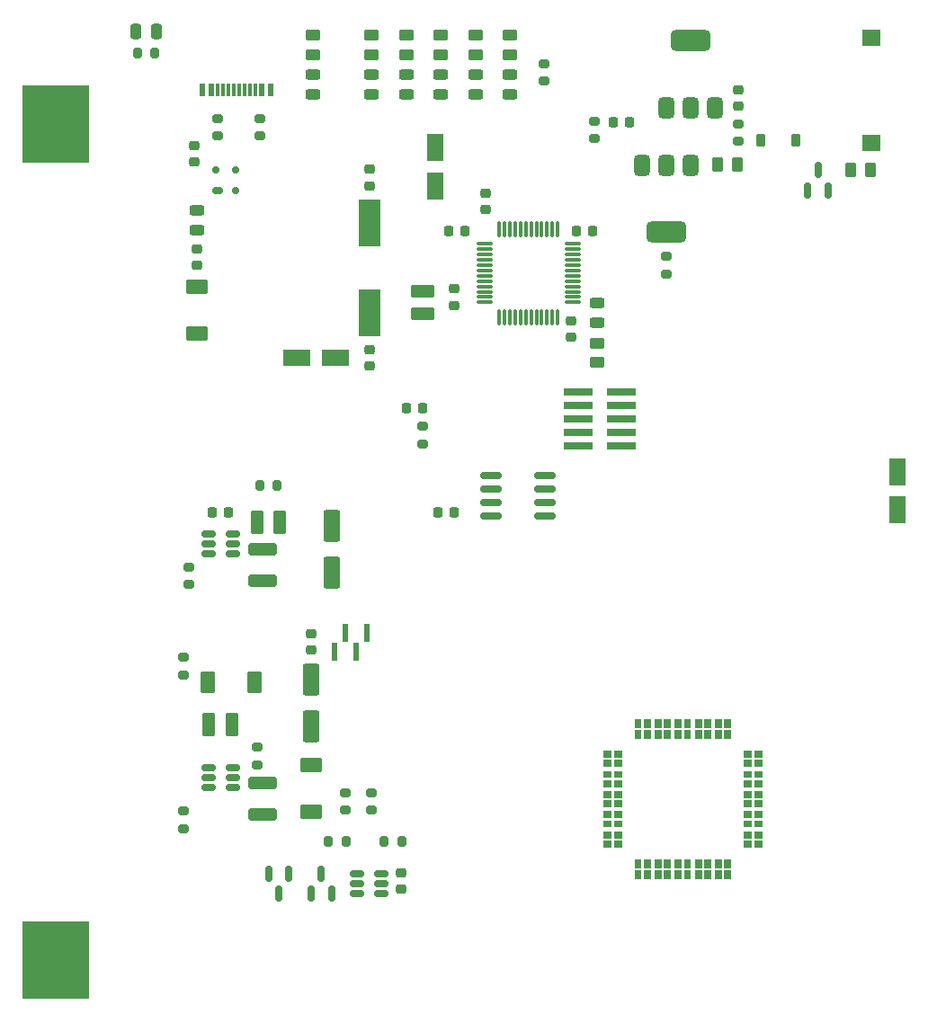
<source format=gbr>
%TF.GenerationSoftware,KiCad,Pcbnew,9.0.0*%
%TF.CreationDate,2025-04-07T01:58:01+02:00*%
%TF.ProjectId,Mastersthesis,4d617374-6572-4737-9468-657369732e6b,0*%
%TF.SameCoordinates,Original*%
%TF.FileFunction,Paste,Top*%
%TF.FilePolarity,Positive*%
%FSLAX46Y46*%
G04 Gerber Fmt 4.6, Leading zero omitted, Abs format (unit mm)*
G04 Created by KiCad (PCBNEW 9.0.0) date 2025-04-07 01:58:01*
%MOMM*%
%LPD*%
G01*
G04 APERTURE LIST*
G04 Aperture macros list*
%AMRoundRect*
0 Rectangle with rounded corners*
0 $1 Rounding radius*
0 $2 $3 $4 $5 $6 $7 $8 $9 X,Y pos of 4 corners*
0 Add a 4 corners polygon primitive as box body*
4,1,4,$2,$3,$4,$5,$6,$7,$8,$9,$2,$3,0*
0 Add four circle primitives for the rounded corners*
1,1,$1+$1,$2,$3*
1,1,$1+$1,$4,$5*
1,1,$1+$1,$6,$7*
1,1,$1+$1,$8,$9*
0 Add four rect primitives between the rounded corners*
20,1,$1+$1,$2,$3,$4,$5,0*
20,1,$1+$1,$4,$5,$6,$7,0*
20,1,$1+$1,$6,$7,$8,$9,0*
20,1,$1+$1,$8,$9,$2,$3,0*%
G04 Aperture macros list end*
%ADD10C,0.010000*%
%ADD11RoundRect,0.250000X-0.450000X0.262500X-0.450000X-0.262500X0.450000X-0.262500X0.450000X0.262500X0*%
%ADD12RoundRect,0.150000X-0.150000X0.587500X-0.150000X-0.587500X0.150000X-0.587500X0.150000X0.587500X0*%
%ADD13RoundRect,0.225000X0.225000X0.250000X-0.225000X0.250000X-0.225000X-0.250000X0.225000X-0.250000X0*%
%ADD14RoundRect,0.250000X0.550000X-1.050000X0.550000X1.050000X-0.550000X1.050000X-0.550000X-1.050000X0*%
%ADD15RoundRect,0.250000X-0.375000X-0.850000X0.375000X-0.850000X0.375000X0.850000X-0.375000X0.850000X0*%
%ADD16R,0.600000X1.750000*%
%ADD17RoundRect,0.225000X-0.250000X0.225000X-0.250000X-0.225000X0.250000X-0.225000X0.250000X0.225000X0*%
%ADD18RoundRect,0.243750X0.456250X-0.243750X0.456250X0.243750X-0.456250X0.243750X-0.456250X-0.243750X0*%
%ADD19RoundRect,0.200000X0.200000X0.275000X-0.200000X0.275000X-0.200000X-0.275000X0.200000X-0.275000X0*%
%ADD20RoundRect,0.200000X-0.275000X0.200000X-0.275000X-0.200000X0.275000X-0.200000X0.275000X0.200000X0*%
%ADD21RoundRect,0.200000X0.275000X-0.200000X0.275000X0.200000X-0.275000X0.200000X-0.275000X-0.200000X0*%
%ADD22RoundRect,0.243750X-0.456250X0.243750X-0.456250X-0.243750X0.456250X-0.243750X0.456250X0.243750X0*%
%ADD23RoundRect,0.250000X1.050000X0.550000X-1.050000X0.550000X-1.050000X-0.550000X1.050000X-0.550000X0*%
%ADD24RoundRect,0.250000X1.100000X-0.325000X1.100000X0.325000X-1.100000X0.325000X-1.100000X-0.325000X0*%
%ADD25RoundRect,0.375000X-0.375000X0.625000X-0.375000X-0.625000X0.375000X-0.625000X0.375000X0.625000X0*%
%ADD26RoundRect,0.500000X-1.400000X0.500000X-1.400000X-0.500000X1.400000X-0.500000X1.400000X0.500000X0*%
%ADD27RoundRect,0.225000X-0.225000X-0.250000X0.225000X-0.250000X0.225000X0.250000X-0.225000X0.250000X0*%
%ADD28RoundRect,0.250000X0.262500X0.450000X-0.262500X0.450000X-0.262500X-0.450000X0.262500X-0.450000X0*%
%ADD29R,0.600000X1.240000*%
%ADD30R,0.300000X1.240000*%
%ADD31RoundRect,0.150000X0.150000X-0.587500X0.150000X0.587500X-0.150000X0.587500X-0.150000X-0.587500X0*%
%ADD32RoundRect,0.225000X0.250000X-0.225000X0.250000X0.225000X-0.250000X0.225000X-0.250000X-0.225000X0*%
%ADD33RoundRect,0.075000X-0.662500X-0.075000X0.662500X-0.075000X0.662500X0.075000X-0.662500X0.075000X0*%
%ADD34RoundRect,0.075000X-0.075000X-0.662500X0.075000X-0.662500X0.075000X0.662500X-0.075000X0.662500X0*%
%ADD35RoundRect,0.250000X0.375000X0.850000X-0.375000X0.850000X-0.375000X-0.850000X0.375000X-0.850000X0*%
%ADD36RoundRect,0.250000X-0.262500X-0.450000X0.262500X-0.450000X0.262500X0.450000X-0.262500X0.450000X0*%
%ADD37RoundRect,0.225000X-0.225000X-0.375000X0.225000X-0.375000X0.225000X0.375000X-0.225000X0.375000X0*%
%ADD38RoundRect,0.250000X0.450000X-0.262500X0.450000X0.262500X-0.450000X0.262500X-0.450000X-0.262500X0*%
%ADD39R,2.000000X4.500000*%
%ADD40RoundRect,0.175000X0.325000X-0.175000X0.325000X0.175000X-0.325000X0.175000X-0.325000X-0.175000X0*%
%ADD41RoundRect,0.150000X0.150000X-0.200000X0.150000X0.200000X-0.150000X0.200000X-0.150000X-0.200000X0*%
%ADD42RoundRect,0.162500X0.825000X0.162500X-0.825000X0.162500X-0.825000X-0.162500X0.825000X-0.162500X0*%
%ADD43R,2.790000X0.740000*%
%ADD44RoundRect,0.218750X-0.256250X0.218750X-0.256250X-0.218750X0.256250X-0.218750X0.256250X0.218750X0*%
%ADD45RoundRect,0.250000X-0.550000X1.250000X-0.550000X-1.250000X0.550000X-1.250000X0.550000X1.250000X0*%
%ADD46RoundRect,0.250000X0.800000X-0.450000X0.800000X0.450000X-0.800000X0.450000X-0.800000X-0.450000X0*%
%ADD47RoundRect,0.150000X-0.512500X-0.150000X0.512500X-0.150000X0.512500X0.150000X-0.512500X0.150000X0*%
%ADD48R,1.700000X1.500000*%
%ADD49RoundRect,0.200000X-0.200000X-0.275000X0.200000X-0.275000X0.200000X0.275000X-0.200000X0.275000X0*%
%ADD50RoundRect,0.250000X0.250000X0.475000X-0.250000X0.475000X-0.250000X-0.475000X0.250000X-0.475000X0*%
%ADD51RoundRect,0.250000X-0.850000X0.375000X-0.850000X-0.375000X0.850000X-0.375000X0.850000X0.375000X0*%
%ADD52RoundRect,0.250000X0.450000X0.800000X-0.450000X0.800000X-0.450000X-0.800000X0.450000X-0.800000X0*%
%ADD53RoundRect,0.250000X-0.800000X0.450000X-0.800000X-0.450000X0.800000X-0.450000X0.800000X0.450000X0*%
%ADD54R,6.350000X7.340000*%
%ADD55RoundRect,0.375000X0.375000X-0.625000X0.375000X0.625000X-0.375000X0.625000X-0.375000X-0.625000X0*%
%ADD56RoundRect,0.500000X1.400000X-0.500000X1.400000X0.500000X-1.400000X0.500000X-1.400000X-0.500000X0*%
G04 APERTURE END LIST*
D10*
%TO.C,U5*%
X137760000Y-110560000D02*
X137040000Y-110560000D01*
X137040000Y-109980000D01*
X137760000Y-109980000D01*
X137760000Y-110560000D01*
G36*
X137760000Y-110560000D02*
G01*
X137040000Y-110560000D01*
X137040000Y-109980000D01*
X137760000Y-109980000D01*
X137760000Y-110560000D01*
G37*
X137760000Y-111420000D02*
X137040000Y-111420000D01*
X137040000Y-110840000D01*
X137760000Y-110840000D01*
X137760000Y-111420000D01*
G36*
X137760000Y-111420000D02*
G01*
X137040000Y-111420000D01*
X137040000Y-110840000D01*
X137760000Y-110840000D01*
X137760000Y-111420000D01*
G37*
X137760000Y-112460000D02*
X137040000Y-112460000D01*
X137040000Y-111880000D01*
X137760000Y-111880000D01*
X137760000Y-112460000D01*
G36*
X137760000Y-112460000D02*
G01*
X137040000Y-112460000D01*
X137040000Y-111880000D01*
X137760000Y-111880000D01*
X137760000Y-112460000D01*
G37*
X137760000Y-113320000D02*
X137040000Y-113320000D01*
X137040000Y-112740000D01*
X137760000Y-112740000D01*
X137760000Y-113320000D01*
G36*
X137760000Y-113320000D02*
G01*
X137040000Y-113320000D01*
X137040000Y-112740000D01*
X137760000Y-112740000D01*
X137760000Y-113320000D01*
G37*
X137760000Y-114360000D02*
X137040000Y-114360000D01*
X137040000Y-113780000D01*
X137760000Y-113780000D01*
X137760000Y-114360000D01*
G36*
X137760000Y-114360000D02*
G01*
X137040000Y-114360000D01*
X137040000Y-113780000D01*
X137760000Y-113780000D01*
X137760000Y-114360000D01*
G37*
X137760000Y-115220000D02*
X137040000Y-115220000D01*
X137040000Y-114640000D01*
X137760000Y-114640000D01*
X137760000Y-115220000D01*
G36*
X137760000Y-115220000D02*
G01*
X137040000Y-115220000D01*
X137040000Y-114640000D01*
X137760000Y-114640000D01*
X137760000Y-115220000D01*
G37*
X137760000Y-116260000D02*
X137040000Y-116260000D01*
X137040000Y-115680000D01*
X137760000Y-115680000D01*
X137760000Y-116260000D01*
G36*
X137760000Y-116260000D02*
G01*
X137040000Y-116260000D01*
X137040000Y-115680000D01*
X137760000Y-115680000D01*
X137760000Y-116260000D01*
G37*
X137760000Y-117120000D02*
X137040000Y-117120000D01*
X137040000Y-116540000D01*
X137760000Y-116540000D01*
X137760000Y-117120000D01*
G36*
X137760000Y-117120000D02*
G01*
X137040000Y-117120000D01*
X137040000Y-116540000D01*
X137760000Y-116540000D01*
X137760000Y-117120000D01*
G37*
X137760000Y-118160000D02*
X137040000Y-118160000D01*
X137040000Y-117580000D01*
X137760000Y-117580000D01*
X137760000Y-118160000D01*
G36*
X137760000Y-118160000D02*
G01*
X137040000Y-118160000D01*
X137040000Y-117580000D01*
X137760000Y-117580000D01*
X137760000Y-118160000D01*
G37*
X137760000Y-119020000D02*
X137040000Y-119020000D01*
X137040000Y-118440000D01*
X137760000Y-118440000D01*
X137760000Y-119020000D01*
G36*
X137760000Y-119020000D02*
G01*
X137040000Y-119020000D01*
X137040000Y-118440000D01*
X137760000Y-118440000D01*
X137760000Y-119020000D01*
G37*
X138760000Y-110560000D02*
X138040000Y-110560000D01*
X138040000Y-109980000D01*
X138760000Y-109980000D01*
X138760000Y-110560000D01*
G36*
X138760000Y-110560000D02*
G01*
X138040000Y-110560000D01*
X138040000Y-109980000D01*
X138760000Y-109980000D01*
X138760000Y-110560000D01*
G37*
X138760000Y-111420000D02*
X138040000Y-111420000D01*
X138040000Y-110840000D01*
X138760000Y-110840000D01*
X138760000Y-111420000D01*
G36*
X138760000Y-111420000D02*
G01*
X138040000Y-111420000D01*
X138040000Y-110840000D01*
X138760000Y-110840000D01*
X138760000Y-111420000D01*
G37*
X138760000Y-112460000D02*
X138040000Y-112460000D01*
X138040000Y-111880000D01*
X138760000Y-111880000D01*
X138760000Y-112460000D01*
G36*
X138760000Y-112460000D02*
G01*
X138040000Y-112460000D01*
X138040000Y-111880000D01*
X138760000Y-111880000D01*
X138760000Y-112460000D01*
G37*
X138760000Y-113320000D02*
X138040000Y-113320000D01*
X138040000Y-112740000D01*
X138760000Y-112740000D01*
X138760000Y-113320000D01*
G36*
X138760000Y-113320000D02*
G01*
X138040000Y-113320000D01*
X138040000Y-112740000D01*
X138760000Y-112740000D01*
X138760000Y-113320000D01*
G37*
X138760000Y-114360000D02*
X138040000Y-114360000D01*
X138040000Y-113780000D01*
X138760000Y-113780000D01*
X138760000Y-114360000D01*
G36*
X138760000Y-114360000D02*
G01*
X138040000Y-114360000D01*
X138040000Y-113780000D01*
X138760000Y-113780000D01*
X138760000Y-114360000D01*
G37*
X138760000Y-115220000D02*
X138040000Y-115220000D01*
X138040000Y-114640000D01*
X138760000Y-114640000D01*
X138760000Y-115220000D01*
G36*
X138760000Y-115220000D02*
G01*
X138040000Y-115220000D01*
X138040000Y-114640000D01*
X138760000Y-114640000D01*
X138760000Y-115220000D01*
G37*
X138760000Y-116260000D02*
X138040000Y-116260000D01*
X138040000Y-115680000D01*
X138760000Y-115680000D01*
X138760000Y-116260000D01*
G36*
X138760000Y-116260000D02*
G01*
X138040000Y-116260000D01*
X138040000Y-115680000D01*
X138760000Y-115680000D01*
X138760000Y-116260000D01*
G37*
X138760000Y-117120000D02*
X138040000Y-117120000D01*
X138040000Y-116540000D01*
X138760000Y-116540000D01*
X138760000Y-117120000D01*
G36*
X138760000Y-117120000D02*
G01*
X138040000Y-117120000D01*
X138040000Y-116540000D01*
X138760000Y-116540000D01*
X138760000Y-117120000D01*
G37*
X138760000Y-118160000D02*
X138040000Y-118160000D01*
X138040000Y-117580000D01*
X138760000Y-117580000D01*
X138760000Y-118160000D01*
G36*
X138760000Y-118160000D02*
G01*
X138040000Y-118160000D01*
X138040000Y-117580000D01*
X138760000Y-117580000D01*
X138760000Y-118160000D01*
G37*
X138760000Y-119020000D02*
X138040000Y-119020000D01*
X138040000Y-118440000D01*
X138760000Y-118440000D01*
X138760000Y-119020000D01*
G36*
X138760000Y-119020000D02*
G01*
X138040000Y-119020000D01*
X138040000Y-118440000D01*
X138760000Y-118440000D01*
X138760000Y-119020000D01*
G37*
X140560000Y-107760000D02*
X139980000Y-107760000D01*
X139980000Y-107040000D01*
X140560000Y-107040000D01*
X140560000Y-107760000D01*
G36*
X140560000Y-107760000D02*
G01*
X139980000Y-107760000D01*
X139980000Y-107040000D01*
X140560000Y-107040000D01*
X140560000Y-107760000D01*
G37*
X140560000Y-108760000D02*
X139980000Y-108760000D01*
X139980000Y-108040000D01*
X140560000Y-108040000D01*
X140560000Y-108760000D01*
G36*
X140560000Y-108760000D02*
G01*
X139980000Y-108760000D01*
X139980000Y-108040000D01*
X140560000Y-108040000D01*
X140560000Y-108760000D01*
G37*
X140560000Y-120960000D02*
X139980000Y-120960000D01*
X139980000Y-120240000D01*
X140560000Y-120240000D01*
X140560000Y-120960000D01*
G36*
X140560000Y-120960000D02*
G01*
X139980000Y-120960000D01*
X139980000Y-120240000D01*
X140560000Y-120240000D01*
X140560000Y-120960000D01*
G37*
X140560000Y-121960000D02*
X139980000Y-121960000D01*
X139980000Y-121240000D01*
X140560000Y-121240000D01*
X140560000Y-121960000D01*
G36*
X140560000Y-121960000D02*
G01*
X139980000Y-121960000D01*
X139980000Y-121240000D01*
X140560000Y-121240000D01*
X140560000Y-121960000D01*
G37*
X141420000Y-107760000D02*
X140840000Y-107760000D01*
X140840000Y-107040000D01*
X141420000Y-107040000D01*
X141420000Y-107760000D01*
G36*
X141420000Y-107760000D02*
G01*
X140840000Y-107760000D01*
X140840000Y-107040000D01*
X141420000Y-107040000D01*
X141420000Y-107760000D01*
G37*
X141420000Y-108760000D02*
X140840000Y-108760000D01*
X140840000Y-108040000D01*
X141420000Y-108040000D01*
X141420000Y-108760000D01*
G36*
X141420000Y-108760000D02*
G01*
X140840000Y-108760000D01*
X140840000Y-108040000D01*
X141420000Y-108040000D01*
X141420000Y-108760000D01*
G37*
X141420000Y-120960000D02*
X140840000Y-120960000D01*
X140840000Y-120240000D01*
X141420000Y-120240000D01*
X141420000Y-120960000D01*
G36*
X141420000Y-120960000D02*
G01*
X140840000Y-120960000D01*
X140840000Y-120240000D01*
X141420000Y-120240000D01*
X141420000Y-120960000D01*
G37*
X141420000Y-121960000D02*
X140840000Y-121960000D01*
X140840000Y-121240000D01*
X141420000Y-121240000D01*
X141420000Y-121960000D01*
G36*
X141420000Y-121960000D02*
G01*
X140840000Y-121960000D01*
X140840000Y-121240000D01*
X141420000Y-121240000D01*
X141420000Y-121960000D01*
G37*
X142460000Y-107760000D02*
X141880000Y-107760000D01*
X141880000Y-107040000D01*
X142460000Y-107040000D01*
X142460000Y-107760000D01*
G36*
X142460000Y-107760000D02*
G01*
X141880000Y-107760000D01*
X141880000Y-107040000D01*
X142460000Y-107040000D01*
X142460000Y-107760000D01*
G37*
X142460000Y-108760000D02*
X141880000Y-108760000D01*
X141880000Y-108040000D01*
X142460000Y-108040000D01*
X142460000Y-108760000D01*
G36*
X142460000Y-108760000D02*
G01*
X141880000Y-108760000D01*
X141880000Y-108040000D01*
X142460000Y-108040000D01*
X142460000Y-108760000D01*
G37*
X142460000Y-120960000D02*
X141880000Y-120960000D01*
X141880000Y-120240000D01*
X142460000Y-120240000D01*
X142460000Y-120960000D01*
G36*
X142460000Y-120960000D02*
G01*
X141880000Y-120960000D01*
X141880000Y-120240000D01*
X142460000Y-120240000D01*
X142460000Y-120960000D01*
G37*
X142460000Y-121960000D02*
X141880000Y-121960000D01*
X141880000Y-121240000D01*
X142460000Y-121240000D01*
X142460000Y-121960000D01*
G36*
X142460000Y-121960000D02*
G01*
X141880000Y-121960000D01*
X141880000Y-121240000D01*
X142460000Y-121240000D01*
X142460000Y-121960000D01*
G37*
X143320000Y-107760000D02*
X142740000Y-107760000D01*
X142740000Y-107040000D01*
X143320000Y-107040000D01*
X143320000Y-107760000D01*
G36*
X143320000Y-107760000D02*
G01*
X142740000Y-107760000D01*
X142740000Y-107040000D01*
X143320000Y-107040000D01*
X143320000Y-107760000D01*
G37*
X143320000Y-108760000D02*
X142740000Y-108760000D01*
X142740000Y-108040000D01*
X143320000Y-108040000D01*
X143320000Y-108760000D01*
G36*
X143320000Y-108760000D02*
G01*
X142740000Y-108760000D01*
X142740000Y-108040000D01*
X143320000Y-108040000D01*
X143320000Y-108760000D01*
G37*
X143320000Y-120960000D02*
X142740000Y-120960000D01*
X142740000Y-120240000D01*
X143320000Y-120240000D01*
X143320000Y-120960000D01*
G36*
X143320000Y-120960000D02*
G01*
X142740000Y-120960000D01*
X142740000Y-120240000D01*
X143320000Y-120240000D01*
X143320000Y-120960000D01*
G37*
X143320000Y-121960000D02*
X142740000Y-121960000D01*
X142740000Y-121240000D01*
X143320000Y-121240000D01*
X143320000Y-121960000D01*
G36*
X143320000Y-121960000D02*
G01*
X142740000Y-121960000D01*
X142740000Y-121240000D01*
X143320000Y-121240000D01*
X143320000Y-121960000D01*
G37*
X144360000Y-107760000D02*
X143780000Y-107760000D01*
X143780000Y-107040000D01*
X144360000Y-107040000D01*
X144360000Y-107760000D01*
G36*
X144360000Y-107760000D02*
G01*
X143780000Y-107760000D01*
X143780000Y-107040000D01*
X144360000Y-107040000D01*
X144360000Y-107760000D01*
G37*
X144360000Y-108760000D02*
X143780000Y-108760000D01*
X143780000Y-108040000D01*
X144360000Y-108040000D01*
X144360000Y-108760000D01*
G36*
X144360000Y-108760000D02*
G01*
X143780000Y-108760000D01*
X143780000Y-108040000D01*
X144360000Y-108040000D01*
X144360000Y-108760000D01*
G37*
X144360000Y-120960000D02*
X143780000Y-120960000D01*
X143780000Y-120240000D01*
X144360000Y-120240000D01*
X144360000Y-120960000D01*
G36*
X144360000Y-120960000D02*
G01*
X143780000Y-120960000D01*
X143780000Y-120240000D01*
X144360000Y-120240000D01*
X144360000Y-120960000D01*
G37*
X144360000Y-121960000D02*
X143780000Y-121960000D01*
X143780000Y-121240000D01*
X144360000Y-121240000D01*
X144360000Y-121960000D01*
G36*
X144360000Y-121960000D02*
G01*
X143780000Y-121960000D01*
X143780000Y-121240000D01*
X144360000Y-121240000D01*
X144360000Y-121960000D01*
G37*
X145220000Y-107760000D02*
X144640000Y-107760000D01*
X144640000Y-107040000D01*
X145220000Y-107040000D01*
X145220000Y-107760000D01*
G36*
X145220000Y-107760000D02*
G01*
X144640000Y-107760000D01*
X144640000Y-107040000D01*
X145220000Y-107040000D01*
X145220000Y-107760000D01*
G37*
X145220000Y-108760000D02*
X144640000Y-108760000D01*
X144640000Y-108040000D01*
X145220000Y-108040000D01*
X145220000Y-108760000D01*
G36*
X145220000Y-108760000D02*
G01*
X144640000Y-108760000D01*
X144640000Y-108040000D01*
X145220000Y-108040000D01*
X145220000Y-108760000D01*
G37*
X145220000Y-120960000D02*
X144640000Y-120960000D01*
X144640000Y-120240000D01*
X145220000Y-120240000D01*
X145220000Y-120960000D01*
G36*
X145220000Y-120960000D02*
G01*
X144640000Y-120960000D01*
X144640000Y-120240000D01*
X145220000Y-120240000D01*
X145220000Y-120960000D01*
G37*
X145220000Y-121960000D02*
X144640000Y-121960000D01*
X144640000Y-121240000D01*
X145220000Y-121240000D01*
X145220000Y-121960000D01*
G36*
X145220000Y-121960000D02*
G01*
X144640000Y-121960000D01*
X144640000Y-121240000D01*
X145220000Y-121240000D01*
X145220000Y-121960000D01*
G37*
X146260000Y-107760000D02*
X145680000Y-107760000D01*
X145680000Y-107040000D01*
X146260000Y-107040000D01*
X146260000Y-107760000D01*
G36*
X146260000Y-107760000D02*
G01*
X145680000Y-107760000D01*
X145680000Y-107040000D01*
X146260000Y-107040000D01*
X146260000Y-107760000D01*
G37*
X146260000Y-108760000D02*
X145680000Y-108760000D01*
X145680000Y-108040000D01*
X146260000Y-108040000D01*
X146260000Y-108760000D01*
G36*
X146260000Y-108760000D02*
G01*
X145680000Y-108760000D01*
X145680000Y-108040000D01*
X146260000Y-108040000D01*
X146260000Y-108760000D01*
G37*
X146260000Y-120960000D02*
X145680000Y-120960000D01*
X145680000Y-120240000D01*
X146260000Y-120240000D01*
X146260000Y-120960000D01*
G36*
X146260000Y-120960000D02*
G01*
X145680000Y-120960000D01*
X145680000Y-120240000D01*
X146260000Y-120240000D01*
X146260000Y-120960000D01*
G37*
X146260000Y-121960000D02*
X145680000Y-121960000D01*
X145680000Y-121240000D01*
X146260000Y-121240000D01*
X146260000Y-121960000D01*
G36*
X146260000Y-121960000D02*
G01*
X145680000Y-121960000D01*
X145680000Y-121240000D01*
X146260000Y-121240000D01*
X146260000Y-121960000D01*
G37*
X147120000Y-107760000D02*
X146540000Y-107760000D01*
X146540000Y-107040000D01*
X147120000Y-107040000D01*
X147120000Y-107760000D01*
G36*
X147120000Y-107760000D02*
G01*
X146540000Y-107760000D01*
X146540000Y-107040000D01*
X147120000Y-107040000D01*
X147120000Y-107760000D01*
G37*
X147120000Y-108760000D02*
X146540000Y-108760000D01*
X146540000Y-108040000D01*
X147120000Y-108040000D01*
X147120000Y-108760000D01*
G36*
X147120000Y-108760000D02*
G01*
X146540000Y-108760000D01*
X146540000Y-108040000D01*
X147120000Y-108040000D01*
X147120000Y-108760000D01*
G37*
X147120000Y-120960000D02*
X146540000Y-120960000D01*
X146540000Y-120240000D01*
X147120000Y-120240000D01*
X147120000Y-120960000D01*
G36*
X147120000Y-120960000D02*
G01*
X146540000Y-120960000D01*
X146540000Y-120240000D01*
X147120000Y-120240000D01*
X147120000Y-120960000D01*
G37*
X147120000Y-121960000D02*
X146540000Y-121960000D01*
X146540000Y-121240000D01*
X147120000Y-121240000D01*
X147120000Y-121960000D01*
G36*
X147120000Y-121960000D02*
G01*
X146540000Y-121960000D01*
X146540000Y-121240000D01*
X147120000Y-121240000D01*
X147120000Y-121960000D01*
G37*
X148160000Y-107760000D02*
X147580000Y-107760000D01*
X147580000Y-107040000D01*
X148160000Y-107040000D01*
X148160000Y-107760000D01*
G36*
X148160000Y-107760000D02*
G01*
X147580000Y-107760000D01*
X147580000Y-107040000D01*
X148160000Y-107040000D01*
X148160000Y-107760000D01*
G37*
X148160000Y-108760000D02*
X147580000Y-108760000D01*
X147580000Y-108040000D01*
X148160000Y-108040000D01*
X148160000Y-108760000D01*
G36*
X148160000Y-108760000D02*
G01*
X147580000Y-108760000D01*
X147580000Y-108040000D01*
X148160000Y-108040000D01*
X148160000Y-108760000D01*
G37*
X148160000Y-120960000D02*
X147580000Y-120960000D01*
X147580000Y-120240000D01*
X148160000Y-120240000D01*
X148160000Y-120960000D01*
G36*
X148160000Y-120960000D02*
G01*
X147580000Y-120960000D01*
X147580000Y-120240000D01*
X148160000Y-120240000D01*
X148160000Y-120960000D01*
G37*
X148160000Y-121960000D02*
X147580000Y-121960000D01*
X147580000Y-121240000D01*
X148160000Y-121240000D01*
X148160000Y-121960000D01*
G36*
X148160000Y-121960000D02*
G01*
X147580000Y-121960000D01*
X147580000Y-121240000D01*
X148160000Y-121240000D01*
X148160000Y-121960000D01*
G37*
X149020000Y-107760000D02*
X148440000Y-107760000D01*
X148440000Y-107040000D01*
X149020000Y-107040000D01*
X149020000Y-107760000D01*
G36*
X149020000Y-107760000D02*
G01*
X148440000Y-107760000D01*
X148440000Y-107040000D01*
X149020000Y-107040000D01*
X149020000Y-107760000D01*
G37*
X149020000Y-108760000D02*
X148440000Y-108760000D01*
X148440000Y-108040000D01*
X149020000Y-108040000D01*
X149020000Y-108760000D01*
G36*
X149020000Y-108760000D02*
G01*
X148440000Y-108760000D01*
X148440000Y-108040000D01*
X149020000Y-108040000D01*
X149020000Y-108760000D01*
G37*
X149020000Y-120960000D02*
X148440000Y-120960000D01*
X148440000Y-120240000D01*
X149020000Y-120240000D01*
X149020000Y-120960000D01*
G36*
X149020000Y-120960000D02*
G01*
X148440000Y-120960000D01*
X148440000Y-120240000D01*
X149020000Y-120240000D01*
X149020000Y-120960000D01*
G37*
X149020000Y-121960000D02*
X148440000Y-121960000D01*
X148440000Y-121240000D01*
X149020000Y-121240000D01*
X149020000Y-121960000D01*
G36*
X149020000Y-121960000D02*
G01*
X148440000Y-121960000D01*
X148440000Y-121240000D01*
X149020000Y-121240000D01*
X149020000Y-121960000D01*
G37*
X150960000Y-110560000D02*
X150240000Y-110560000D01*
X150240000Y-109980000D01*
X150960000Y-109980000D01*
X150960000Y-110560000D01*
G36*
X150960000Y-110560000D02*
G01*
X150240000Y-110560000D01*
X150240000Y-109980000D01*
X150960000Y-109980000D01*
X150960000Y-110560000D01*
G37*
X150960000Y-111420000D02*
X150240000Y-111420000D01*
X150240000Y-110840000D01*
X150960000Y-110840000D01*
X150960000Y-111420000D01*
G36*
X150960000Y-111420000D02*
G01*
X150240000Y-111420000D01*
X150240000Y-110840000D01*
X150960000Y-110840000D01*
X150960000Y-111420000D01*
G37*
X150960000Y-112460000D02*
X150240000Y-112460000D01*
X150240000Y-111880000D01*
X150960000Y-111880000D01*
X150960000Y-112460000D01*
G36*
X150960000Y-112460000D02*
G01*
X150240000Y-112460000D01*
X150240000Y-111880000D01*
X150960000Y-111880000D01*
X150960000Y-112460000D01*
G37*
X150960000Y-113320000D02*
X150240000Y-113320000D01*
X150240000Y-112740000D01*
X150960000Y-112740000D01*
X150960000Y-113320000D01*
G36*
X150960000Y-113320000D02*
G01*
X150240000Y-113320000D01*
X150240000Y-112740000D01*
X150960000Y-112740000D01*
X150960000Y-113320000D01*
G37*
X150960000Y-114360000D02*
X150240000Y-114360000D01*
X150240000Y-113780000D01*
X150960000Y-113780000D01*
X150960000Y-114360000D01*
G36*
X150960000Y-114360000D02*
G01*
X150240000Y-114360000D01*
X150240000Y-113780000D01*
X150960000Y-113780000D01*
X150960000Y-114360000D01*
G37*
X150960000Y-115220000D02*
X150240000Y-115220000D01*
X150240000Y-114640000D01*
X150960000Y-114640000D01*
X150960000Y-115220000D01*
G36*
X150960000Y-115220000D02*
G01*
X150240000Y-115220000D01*
X150240000Y-114640000D01*
X150960000Y-114640000D01*
X150960000Y-115220000D01*
G37*
X150960000Y-116260000D02*
X150240000Y-116260000D01*
X150240000Y-115680000D01*
X150960000Y-115680000D01*
X150960000Y-116260000D01*
G36*
X150960000Y-116260000D02*
G01*
X150240000Y-116260000D01*
X150240000Y-115680000D01*
X150960000Y-115680000D01*
X150960000Y-116260000D01*
G37*
X150960000Y-117120000D02*
X150240000Y-117120000D01*
X150240000Y-116540000D01*
X150960000Y-116540000D01*
X150960000Y-117120000D01*
G36*
X150960000Y-117120000D02*
G01*
X150240000Y-117120000D01*
X150240000Y-116540000D01*
X150960000Y-116540000D01*
X150960000Y-117120000D01*
G37*
X150960000Y-118160000D02*
X150240000Y-118160000D01*
X150240000Y-117580000D01*
X150960000Y-117580000D01*
X150960000Y-118160000D01*
G36*
X150960000Y-118160000D02*
G01*
X150240000Y-118160000D01*
X150240000Y-117580000D01*
X150960000Y-117580000D01*
X150960000Y-118160000D01*
G37*
X150960000Y-119020000D02*
X150240000Y-119020000D01*
X150240000Y-118440000D01*
X150960000Y-118440000D01*
X150960000Y-119020000D01*
G36*
X150960000Y-119020000D02*
G01*
X150240000Y-119020000D01*
X150240000Y-118440000D01*
X150960000Y-118440000D01*
X150960000Y-119020000D01*
G37*
X151960000Y-110560000D02*
X151240000Y-110560000D01*
X151240000Y-109980000D01*
X151960000Y-109980000D01*
X151960000Y-110560000D01*
G36*
X151960000Y-110560000D02*
G01*
X151240000Y-110560000D01*
X151240000Y-109980000D01*
X151960000Y-109980000D01*
X151960000Y-110560000D01*
G37*
X151960000Y-111420000D02*
X151240000Y-111420000D01*
X151240000Y-110840000D01*
X151960000Y-110840000D01*
X151960000Y-111420000D01*
G36*
X151960000Y-111420000D02*
G01*
X151240000Y-111420000D01*
X151240000Y-110840000D01*
X151960000Y-110840000D01*
X151960000Y-111420000D01*
G37*
X151960000Y-112460000D02*
X151240000Y-112460000D01*
X151240000Y-111880000D01*
X151960000Y-111880000D01*
X151960000Y-112460000D01*
G36*
X151960000Y-112460000D02*
G01*
X151240000Y-112460000D01*
X151240000Y-111880000D01*
X151960000Y-111880000D01*
X151960000Y-112460000D01*
G37*
X151960000Y-113320000D02*
X151240000Y-113320000D01*
X151240000Y-112740000D01*
X151960000Y-112740000D01*
X151960000Y-113320000D01*
G36*
X151960000Y-113320000D02*
G01*
X151240000Y-113320000D01*
X151240000Y-112740000D01*
X151960000Y-112740000D01*
X151960000Y-113320000D01*
G37*
X151960000Y-114360000D02*
X151240000Y-114360000D01*
X151240000Y-113780000D01*
X151960000Y-113780000D01*
X151960000Y-114360000D01*
G36*
X151960000Y-114360000D02*
G01*
X151240000Y-114360000D01*
X151240000Y-113780000D01*
X151960000Y-113780000D01*
X151960000Y-114360000D01*
G37*
X151960000Y-115220000D02*
X151240000Y-115220000D01*
X151240000Y-114640000D01*
X151960000Y-114640000D01*
X151960000Y-115220000D01*
G36*
X151960000Y-115220000D02*
G01*
X151240000Y-115220000D01*
X151240000Y-114640000D01*
X151960000Y-114640000D01*
X151960000Y-115220000D01*
G37*
X151960000Y-116260000D02*
X151240000Y-116260000D01*
X151240000Y-115680000D01*
X151960000Y-115680000D01*
X151960000Y-116260000D01*
G36*
X151960000Y-116260000D02*
G01*
X151240000Y-116260000D01*
X151240000Y-115680000D01*
X151960000Y-115680000D01*
X151960000Y-116260000D01*
G37*
X151960000Y-117120000D02*
X151240000Y-117120000D01*
X151240000Y-116540000D01*
X151960000Y-116540000D01*
X151960000Y-117120000D01*
G36*
X151960000Y-117120000D02*
G01*
X151240000Y-117120000D01*
X151240000Y-116540000D01*
X151960000Y-116540000D01*
X151960000Y-117120000D01*
G37*
X151960000Y-118160000D02*
X151240000Y-118160000D01*
X151240000Y-117580000D01*
X151960000Y-117580000D01*
X151960000Y-118160000D01*
G36*
X151960000Y-118160000D02*
G01*
X151240000Y-118160000D01*
X151240000Y-117580000D01*
X151960000Y-117580000D01*
X151960000Y-118160000D01*
G37*
X151960000Y-119020000D02*
X151240000Y-119020000D01*
X151240000Y-118440000D01*
X151960000Y-118440000D01*
X151960000Y-119020000D01*
G36*
X151960000Y-119020000D02*
G01*
X151240000Y-119020000D01*
X151240000Y-118440000D01*
X151960000Y-118440000D01*
X151960000Y-119020000D01*
G37*
%TD*%
D11*
%TO.C,R21*%
X128250000Y-42587500D03*
X128250000Y-44412500D03*
%TD*%
D12*
%TO.C,Q1*%
X107450000Y-121562500D03*
X105550000Y-121562500D03*
X106500000Y-123437500D03*
%TD*%
D13*
%TO.C,C23*%
X139525000Y-50750000D03*
X137975000Y-50750000D03*
%TD*%
D11*
%TO.C,R26*%
X109750000Y-42587500D03*
X109750000Y-44412500D03*
%TD*%
D14*
%TO.C,C19*%
X164750000Y-87300000D03*
X164750000Y-83700000D03*
%TD*%
D15*
%TO.C,L2*%
X104425000Y-88500000D03*
X106575000Y-88500000D03*
%TD*%
D16*
%TO.C,J2*%
X114750000Y-98875000D03*
X113750000Y-100625000D03*
X112750000Y-98875000D03*
X111750000Y-100625000D03*
%TD*%
D17*
%TO.C,C9*%
X118000000Y-121475000D03*
X118000000Y-123025000D03*
%TD*%
D18*
%TO.C,D6*%
X136500000Y-69687500D03*
X136500000Y-67812500D03*
%TD*%
D19*
%TO.C,R10*%
X112825000Y-118500000D03*
X111175000Y-118500000D03*
%TD*%
D20*
%TO.C,R18*%
X136250000Y-50675000D03*
X136250000Y-52325000D03*
%TD*%
D21*
%TO.C,R13*%
X149750000Y-52575000D03*
X149750000Y-50925000D03*
%TD*%
D22*
%TO.C,D10*%
X118500000Y-46312500D03*
X118500000Y-48187500D03*
%TD*%
D11*
%TO.C,R23*%
X121750000Y-42587500D03*
X121750000Y-44412500D03*
%TD*%
D22*
%TO.C,D9*%
X121750000Y-46312500D03*
X121750000Y-48187500D03*
%TD*%
D23*
%TO.C,C8*%
X111800000Y-73000000D03*
X108200000Y-73000000D03*
%TD*%
D24*
%TO.C,C5*%
X105000000Y-115975000D03*
X105000000Y-113025000D03*
%TD*%
D13*
%TO.C,C16*%
X136025000Y-61000000D03*
X134475000Y-61000000D03*
%TD*%
D25*
%TO.C,Q5*%
X145300000Y-54850000D03*
X143000000Y-54850000D03*
D26*
X143000000Y-61150000D03*
D25*
X140700000Y-54850000D03*
%TD*%
D27*
%TO.C,C2*%
X121475000Y-87500000D03*
X123025000Y-87500000D03*
%TD*%
D28*
%TO.C,R14*%
X149662500Y-54750000D03*
X147837500Y-54750000D03*
%TD*%
D11*
%TO.C,R24*%
X118500000Y-42587500D03*
X118500000Y-44412500D03*
%TD*%
D21*
%TO.C,R9*%
X115250000Y-115575000D03*
X115250000Y-113925000D03*
%TD*%
%TO.C,R8*%
X112740000Y-115575000D03*
X112740000Y-113925000D03*
%TD*%
D22*
%TO.C,D12*%
X109750000Y-46312500D03*
X109750000Y-48187500D03*
%TD*%
D20*
%TO.C,R5*%
X104500000Y-109675000D03*
X104500000Y-111325000D03*
%TD*%
D29*
%TO.C,J3*%
X105700000Y-47725000D03*
X104900000Y-47725000D03*
D30*
X103750000Y-47725000D03*
X102750000Y-47725000D03*
X102250000Y-47725000D03*
X101250000Y-47725000D03*
D29*
X100100000Y-47725000D03*
X99300000Y-47725000D03*
X99300000Y-47725000D03*
X100100000Y-47725000D03*
D30*
X100750000Y-47725000D03*
X101750000Y-47725000D03*
X103250000Y-47725000D03*
X104250000Y-47725000D03*
D29*
X104900000Y-47725000D03*
X105700000Y-47725000D03*
%TD*%
D31*
%TO.C,Q3*%
X156300000Y-57187500D03*
X158200000Y-57187500D03*
X157250000Y-55312500D03*
%TD*%
D32*
%TO.C,C21*%
X98500000Y-54525000D03*
X98500000Y-52975000D03*
%TD*%
D13*
%TO.C,C1*%
X101775000Y-87500000D03*
X100225000Y-87500000D03*
%TD*%
D20*
%TO.C,R17*%
X100750000Y-50425000D03*
X100750000Y-52075000D03*
%TD*%
D27*
%TO.C,C15*%
X122475000Y-61000000D03*
X124025000Y-61000000D03*
%TD*%
D20*
%TO.C,R11*%
X131500000Y-45250000D03*
X131500000Y-46900000D03*
%TD*%
D33*
%TO.C,U4*%
X125837500Y-62250000D03*
X125837500Y-62750000D03*
X125837500Y-63250000D03*
X125837500Y-63750000D03*
X125837500Y-64250000D03*
X125837500Y-64750000D03*
X125837500Y-65250000D03*
X125837500Y-65750000D03*
X125837500Y-66250000D03*
X125837500Y-66750000D03*
X125837500Y-67250000D03*
X125837500Y-67750000D03*
D34*
X127250000Y-69162500D03*
X127750000Y-69162500D03*
X128250000Y-69162500D03*
X128750000Y-69162500D03*
X129250000Y-69162500D03*
X129750000Y-69162500D03*
X130250000Y-69162500D03*
X130750000Y-69162500D03*
X131250000Y-69162500D03*
X131750000Y-69162500D03*
X132250000Y-69162500D03*
X132750000Y-69162500D03*
D33*
X134162500Y-67750000D03*
X134162500Y-67250000D03*
X134162500Y-66750000D03*
X134162500Y-66250000D03*
X134162500Y-65750000D03*
X134162500Y-65250000D03*
X134162500Y-64750000D03*
X134162500Y-64250000D03*
X134162500Y-63750000D03*
X134162500Y-63250000D03*
X134162500Y-62750000D03*
X134162500Y-62250000D03*
D34*
X132750000Y-60837500D03*
X132250000Y-60837500D03*
X131750000Y-60837500D03*
X131250000Y-60837500D03*
X130750000Y-60837500D03*
X130250000Y-60837500D03*
X129750000Y-60837500D03*
X129250000Y-60837500D03*
X128750000Y-60837500D03*
X128250000Y-60837500D03*
X127750000Y-60837500D03*
X127250000Y-60837500D03*
%TD*%
D35*
%TO.C,L1*%
X102075000Y-107500000D03*
X99925000Y-107500000D03*
%TD*%
D11*
%TO.C,R25*%
X115250000Y-42587500D03*
X115250000Y-44412500D03*
%TD*%
D22*
%TO.C,D7*%
X128250000Y-46312500D03*
X128250000Y-48187500D03*
%TD*%
D32*
%TO.C,C14*%
X115000000Y-73775000D03*
X115000000Y-72225000D03*
%TD*%
D36*
%TO.C,R12*%
X160337500Y-55250000D03*
X162162500Y-55250000D03*
%TD*%
D37*
%TO.C,D4*%
X151850000Y-52500000D03*
X155150000Y-52500000D03*
%TD*%
D31*
%TO.C,Q2*%
X109550000Y-123437500D03*
X111450000Y-123437500D03*
X110500000Y-121562500D03*
%TD*%
D14*
%TO.C,C12*%
X121250000Y-56800000D03*
X121250000Y-53200000D03*
%TD*%
D20*
%TO.C,R4*%
X98000000Y-92675000D03*
X98000000Y-94325000D03*
%TD*%
D17*
%TO.C,C11*%
X115000000Y-55225000D03*
X115000000Y-56775000D03*
%TD*%
D38*
%TO.C,R20*%
X136500000Y-73412500D03*
X136500000Y-71587500D03*
%TD*%
D39*
%TO.C,Y1*%
X115000000Y-68750000D03*
X115000000Y-60250000D03*
%TD*%
D40*
%TO.C,D5*%
X100750000Y-57250000D03*
D41*
X102450000Y-57250000D03*
X102450000Y-55250000D03*
X100550000Y-55250000D03*
%TD*%
D42*
%TO.C,M1*%
X131537500Y-87905000D03*
X131537500Y-86635000D03*
X131537500Y-85365000D03*
X131537500Y-84095000D03*
X126462500Y-84095000D03*
X126462500Y-85365000D03*
X126462500Y-86635000D03*
X126462500Y-87905000D03*
%TD*%
D20*
%TO.C,R16*%
X104750000Y-50425000D03*
X104750000Y-52075000D03*
%TD*%
D17*
%TO.C,C18*%
X126000000Y-57475000D03*
X126000000Y-59025000D03*
%TD*%
D43*
%TO.C,J1*%
X134715000Y-76210000D03*
X138785000Y-76210000D03*
X134715000Y-77480000D03*
X138785000Y-77480000D03*
X134715000Y-78750000D03*
X138785000Y-78750000D03*
X134715000Y-80020000D03*
X138785000Y-80020000D03*
X134715000Y-81290000D03*
X138785000Y-81290000D03*
%TD*%
D22*
%TO.C,F1*%
X98750000Y-59062500D03*
X98750000Y-60937500D03*
%TD*%
D44*
%TO.C,FB1*%
X98750000Y-62712500D03*
X98750000Y-64287500D03*
%TD*%
D22*
%TO.C,D8*%
X125000000Y-46312500D03*
X125000000Y-48187500D03*
%TD*%
D20*
%TO.C,R1*%
X120000000Y-79425000D03*
X120000000Y-81075000D03*
%TD*%
D45*
%TO.C,C4*%
X111500000Y-88800000D03*
X111500000Y-93200000D03*
%TD*%
D17*
%TO.C,C20*%
X149750000Y-47725000D03*
X149750000Y-49275000D03*
%TD*%
D21*
%TO.C,R15*%
X143000000Y-65075000D03*
X143000000Y-63425000D03*
%TD*%
D17*
%TO.C,C13*%
X109500000Y-98975000D03*
X109500000Y-100525000D03*
%TD*%
D46*
%TO.C,D1*%
X98750000Y-70700000D03*
X98750000Y-66300000D03*
%TD*%
D47*
%TO.C,U3*%
X113862500Y-121550000D03*
X113862500Y-122500000D03*
X113862500Y-123450000D03*
X116137500Y-123450000D03*
X116137500Y-122500000D03*
X116137500Y-121550000D03*
%TD*%
D21*
%TO.C,R6*%
X97500000Y-117325000D03*
X97500000Y-115675000D03*
%TD*%
D47*
%TO.C,U2*%
X99862500Y-111550000D03*
X99862500Y-112500000D03*
X99862500Y-113450000D03*
X102137500Y-113450000D03*
X102137500Y-112500000D03*
X102137500Y-111550000D03*
%TD*%
D32*
%TO.C,C10*%
X123000000Y-68025000D03*
X123000000Y-66475000D03*
%TD*%
D11*
%TO.C,R22*%
X125000000Y-42587500D03*
X125000000Y-44412500D03*
%TD*%
D47*
%TO.C,U1*%
X99862500Y-89550000D03*
X99862500Y-90500000D03*
X99862500Y-91450000D03*
X102137500Y-91450000D03*
X102137500Y-90500000D03*
X102137500Y-89550000D03*
%TD*%
D24*
%TO.C,C3*%
X105000000Y-93975000D03*
X105000000Y-91025000D03*
%TD*%
D27*
%TO.C,C7*%
X118475000Y-77750000D03*
X120025000Y-77750000D03*
%TD*%
D32*
%TO.C,C17*%
X134000000Y-71025000D03*
X134000000Y-69475000D03*
%TD*%
D45*
%TO.C,C6*%
X109500000Y-103300000D03*
X109500000Y-107700000D03*
%TD*%
D48*
%TO.C,BZ1*%
X162250000Y-52700000D03*
X162250000Y-42800000D03*
%TD*%
D49*
%TO.C,R2*%
X104675000Y-85000000D03*
X106325000Y-85000000D03*
%TD*%
%TO.C,R7*%
X116425000Y-118500000D03*
X118075000Y-118500000D03*
%TD*%
D50*
%TO.C,C22*%
X94950000Y-42250000D03*
X93050000Y-42250000D03*
%TD*%
D19*
%TO.C,R19*%
X94825000Y-44250000D03*
X93175000Y-44250000D03*
%TD*%
D51*
%TO.C,L3*%
X120000000Y-66675000D03*
X120000000Y-68825000D03*
%TD*%
D52*
%TO.C,D2*%
X104200000Y-103500000D03*
X99800000Y-103500000D03*
%TD*%
D53*
%TO.C,D3*%
X109500000Y-111300000D03*
X109500000Y-115700000D03*
%TD*%
D54*
%TO.C,BT1*%
X85500000Y-129660000D03*
X85500000Y-51000000D03*
%TD*%
D21*
%TO.C,R3*%
X97500000Y-102825000D03*
X97500000Y-101175000D03*
%TD*%
D22*
%TO.C,D11*%
X115250000Y-46312500D03*
X115250000Y-48187500D03*
%TD*%
D55*
%TO.C,Q4*%
X142950000Y-49400000D03*
X145250000Y-49400000D03*
D56*
X145250000Y-43100000D03*
D55*
X147550000Y-49400000D03*
%TD*%
M02*

</source>
